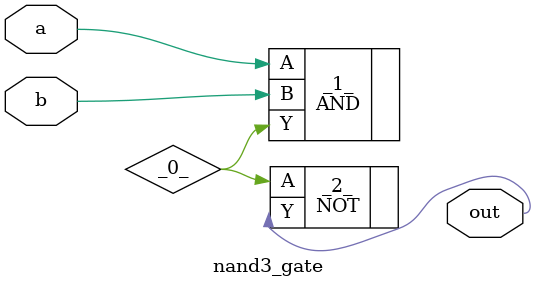
<source format=v>
/* Generated by Yosys 0.41+83 (git sha1 7045cf509, x86_64-w64-mingw32-g++ 13.2.1 -Os) */

/* cells_not_processed =  1  */
/* src = "nand3_gate.v:2.1-13.10" */
module nand3_gate(a, b, out);
  wire _0_;
  /* src = "nand3_gate.v:3.9-3.10" */
  input a;
  wire a;
  /* src = "nand3_gate.v:4.9-4.10" */
  input b;
  wire b;
  /* src = "nand3_gate.v:5.10-5.13" */
  output out;
  wire out;
  AND _1_ (
    .A(a),
    .B(b),
    .Y(_0_)
  );
  NOT _2_ (
    .A(_0_),
    .Y(out)
  );
endmodule

</source>
